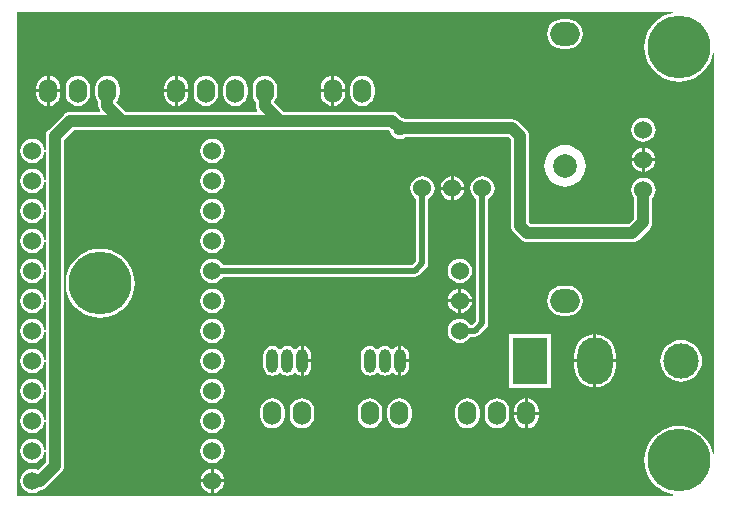
<source format=gtl>
G04 Layer_Physical_Order=1*
G04 Layer_Color=255*
%FSLAX25Y25*%
%MOIN*%
G70*
G01*
G75*
%ADD10C,0.03937*%
%ADD11C,0.01969*%
%ADD12C,0.11811*%
%ADD13O,0.11811X0.15748*%
%ADD14R,0.11811X0.15748*%
%ADD15C,0.06000*%
%ADD16C,0.07874*%
%ADD17O,0.09843X0.07874*%
%ADD18C,0.20945*%
%ADD19O,0.06000X0.08000*%
%ADD20O,0.03937X0.07874*%
%ADD21O,0.03937X0.07874*%
%ADD22C,0.05000*%
G36*
X218442Y160917D02*
X216916Y160551D01*
X215248Y159860D01*
X213708Y158916D01*
X212335Y157744D01*
X211162Y156370D01*
X210219Y154831D01*
X209528Y153162D01*
X209106Y151407D01*
X208964Y149606D01*
X209106Y147806D01*
X209528Y146050D01*
X210219Y144382D01*
X211162Y142842D01*
X212335Y141469D01*
X213708Y140296D01*
X215248Y139353D01*
X216916Y138662D01*
X218672Y138240D01*
X220472Y138098D01*
X222273Y138240D01*
X224029Y138662D01*
X225697Y139353D01*
X227237Y140296D01*
X228610Y141469D01*
X229783Y142842D01*
X230726Y144382D01*
X231417Y146050D01*
X231784Y147576D01*
X232283Y147517D01*
Y13901D01*
X231784Y13841D01*
X231417Y15367D01*
X230726Y17036D01*
X229783Y18575D01*
X228610Y19948D01*
X227237Y21121D01*
X225697Y22065D01*
X224029Y22756D01*
X222273Y23177D01*
X220472Y23319D01*
X218672Y23177D01*
X216916Y22756D01*
X215248Y22065D01*
X213708Y21121D01*
X212335Y19948D01*
X211162Y18575D01*
X210219Y17036D01*
X209528Y15367D01*
X209106Y13611D01*
X208964Y11811D01*
X209106Y10011D01*
X209528Y8255D01*
X210219Y6587D01*
X211162Y5047D01*
X212335Y3674D01*
X213708Y2501D01*
X215248Y1557D01*
X216916Y866D01*
X218442Y500D01*
X218383Y0D01*
X0D01*
Y161417D01*
X218383D01*
X218442Y160917D01*
D02*
G37*
%LPC*%
G36*
X183484Y158956D02*
X181516D01*
X180227Y158786D01*
X179026Y158289D01*
X177995Y157498D01*
X177203Y156466D01*
X176706Y155265D01*
X176536Y153976D01*
X176706Y152688D01*
X177203Y151487D01*
X177995Y150455D01*
X179026Y149664D01*
X180227Y149167D01*
X181516Y148997D01*
X183484D01*
X184773Y149167D01*
X185974Y149664D01*
X187005Y150455D01*
X187797Y151487D01*
X188294Y152688D01*
X188464Y153976D01*
X188294Y155265D01*
X187797Y156466D01*
X187005Y157498D01*
X185974Y158289D01*
X184773Y158786D01*
X183484Y158956D01*
D02*
G37*
G36*
X105657Y139969D02*
Y135500D01*
X109192D01*
Y136000D01*
X109055Y137044D01*
X108651Y138017D01*
X108010Y138853D01*
X107175Y139494D01*
X106202Y139897D01*
X105657Y139969D01*
D02*
G37*
G36*
X53472D02*
Y135500D01*
X57007D01*
Y136000D01*
X56870Y137044D01*
X56466Y138017D01*
X55825Y138853D01*
X54990Y139494D01*
X54017Y139897D01*
X53472Y139969D01*
D02*
G37*
G36*
X10815D02*
Y135500D01*
X14349D01*
Y136000D01*
X14212Y137044D01*
X13809Y138017D01*
X13168Y138853D01*
X12332Y139494D01*
X11359Y139897D01*
X10815Y139969D01*
D02*
G37*
G36*
X104657D02*
X104113Y139897D01*
X103140Y139494D01*
X102305Y138853D01*
X101663Y138017D01*
X101260Y137044D01*
X101123Y136000D01*
Y135500D01*
X104657D01*
Y139969D01*
D02*
G37*
G36*
X52472D02*
X51928Y139897D01*
X50955Y139494D01*
X50120Y138853D01*
X49478Y138017D01*
X49075Y137044D01*
X48938Y136000D01*
Y135500D01*
X52472D01*
Y139969D01*
D02*
G37*
G36*
X9815D02*
X9271Y139897D01*
X8298Y139494D01*
X7462Y138853D01*
X6821Y138017D01*
X6418Y137044D01*
X6280Y136000D01*
Y135500D01*
X9815D01*
Y139969D01*
D02*
G37*
G36*
X109192Y134500D02*
X105657D01*
Y130031D01*
X106202Y130103D01*
X107175Y130506D01*
X108010Y131147D01*
X108651Y131983D01*
X109055Y132956D01*
X109192Y134000D01*
Y134500D01*
D02*
G37*
G36*
X57007D02*
X53472D01*
Y130031D01*
X54017Y130103D01*
X54990Y130506D01*
X55825Y131147D01*
X56466Y131983D01*
X56870Y132956D01*
X57007Y134000D01*
Y134500D01*
D02*
G37*
G36*
X14349D02*
X10815D01*
Y130031D01*
X11359Y130103D01*
X12332Y130506D01*
X13168Y131147D01*
X13809Y131983D01*
X14212Y132956D01*
X14349Y134000D01*
Y134500D01*
D02*
G37*
G36*
X104657D02*
X101123D01*
Y134000D01*
X101260Y132956D01*
X101663Y131983D01*
X102305Y131147D01*
X103140Y130506D01*
X104113Y130103D01*
X104657Y130031D01*
Y134500D01*
D02*
G37*
G36*
X52472D02*
X48938D01*
Y134000D01*
X49075Y132956D01*
X49478Y131983D01*
X50120Y131147D01*
X50955Y130506D01*
X51928Y130103D01*
X52472Y130031D01*
Y134500D01*
D02*
G37*
G36*
X9815D02*
X6280D01*
Y134000D01*
X6418Y132956D01*
X6821Y131983D01*
X7462Y131147D01*
X8298Y130506D01*
X9271Y130103D01*
X9815Y130031D01*
Y134500D01*
D02*
G37*
G36*
X115000Y140034D02*
X113956Y139897D01*
X112983Y139494D01*
X112147Y138853D01*
X111506Y138017D01*
X111103Y137044D01*
X110966Y136000D01*
Y134000D01*
X111103Y132956D01*
X111506Y131983D01*
X112147Y131147D01*
X112983Y130506D01*
X113956Y130103D01*
X115000Y129965D01*
X116044Y130103D01*
X117017Y130506D01*
X117853Y131147D01*
X118494Y131983D01*
X118897Y132956D01*
X119035Y134000D01*
Y136000D01*
X118897Y137044D01*
X118494Y138017D01*
X117853Y138853D01*
X117017Y139494D01*
X116044Y139897D01*
X115000Y140034D01*
D02*
G37*
G36*
X72658D02*
X71613Y139897D01*
X70640Y139494D01*
X69805Y138853D01*
X69164Y138017D01*
X68760Y137044D01*
X68623Y136000D01*
Y134000D01*
X68760Y132956D01*
X69164Y131983D01*
X69805Y131147D01*
X70640Y130506D01*
X71613Y130103D01*
X72658Y129965D01*
X73702Y130103D01*
X74675Y130506D01*
X75510Y131147D01*
X76152Y131983D01*
X76555Y132956D01*
X76692Y134000D01*
Y136000D01*
X76555Y137044D01*
X76152Y138017D01*
X75510Y138853D01*
X74675Y139494D01*
X73702Y139897D01*
X72658Y140034D01*
D02*
G37*
G36*
X62815D02*
X61771Y139897D01*
X60798Y139494D01*
X59962Y138853D01*
X59321Y138017D01*
X58918Y137044D01*
X58780Y136000D01*
Y134000D01*
X58918Y132956D01*
X59321Y131983D01*
X59962Y131147D01*
X60798Y130506D01*
X61771Y130103D01*
X62815Y129965D01*
X63859Y130103D01*
X64832Y130506D01*
X65668Y131147D01*
X66309Y131983D01*
X66712Y132956D01*
X66849Y134000D01*
Y136000D01*
X66712Y137044D01*
X66309Y138017D01*
X65668Y138853D01*
X64832Y139494D01*
X63859Y139897D01*
X62815Y140034D01*
D02*
G37*
G36*
X20157D02*
X19113Y139897D01*
X18140Y139494D01*
X17305Y138853D01*
X16664Y138017D01*
X16260Y137044D01*
X16123Y136000D01*
Y134000D01*
X16260Y132956D01*
X16664Y131983D01*
X17305Y131147D01*
X18140Y130506D01*
X19113Y130103D01*
X20157Y129965D01*
X21202Y130103D01*
X22175Y130506D01*
X23010Y131147D01*
X23652Y131983D01*
X24055Y132956D01*
X24192Y134000D01*
Y136000D01*
X24055Y137044D01*
X23652Y138017D01*
X23010Y138853D01*
X22175Y139494D01*
X21202Y139897D01*
X20157Y140034D01*
D02*
G37*
G36*
X82500D02*
X81456Y139897D01*
X80483Y139494D01*
X79647Y138853D01*
X79006Y138017D01*
X78603Y137044D01*
X78465Y136000D01*
Y134000D01*
X78603Y132956D01*
X79006Y131983D01*
X79506Y131331D01*
Y130000D01*
X79608Y129225D01*
X79907Y128503D01*
X79953Y128443D01*
X79732Y127994D01*
X36240D01*
X32994Y131240D01*
Y131331D01*
X33494Y131983D01*
X33897Y132956D01*
X34034Y134000D01*
Y136000D01*
X33897Y137044D01*
X33494Y138017D01*
X32853Y138853D01*
X32017Y139494D01*
X31044Y139897D01*
X30000Y140034D01*
X28956Y139897D01*
X27983Y139494D01*
X27147Y138853D01*
X26506Y138017D01*
X26103Y137044D01*
X25965Y136000D01*
Y134000D01*
X26103Y132956D01*
X26506Y131983D01*
X27006Y131331D01*
Y130000D01*
X27108Y129225D01*
X27407Y128503D01*
X27453Y128443D01*
X27232Y127994D01*
X17500D01*
X16725Y127892D01*
X16003Y127593D01*
X15383Y127117D01*
X10383Y122117D01*
X9907Y121497D01*
X9608Y120775D01*
X9506Y120000D01*
Y115250D01*
X9006Y115218D01*
X8999Y115268D01*
X8897Y116044D01*
X8494Y117017D01*
X7853Y117853D01*
X7017Y118494D01*
X6044Y118897D01*
X5000Y119035D01*
X3956Y118897D01*
X2983Y118494D01*
X2147Y117853D01*
X1506Y117017D01*
X1103Y116044D01*
X965Y115000D01*
X1103Y113956D01*
X1506Y112983D01*
X2147Y112147D01*
X2983Y111506D01*
X3956Y111103D01*
X5000Y110966D01*
X6044Y111103D01*
X7017Y111506D01*
X7853Y112147D01*
X8494Y112983D01*
X8897Y113956D01*
X8999Y114732D01*
X9006Y114782D01*
X9506Y114750D01*
Y105250D01*
X9006Y105218D01*
X8999Y105268D01*
X8897Y106044D01*
X8494Y107017D01*
X7853Y107853D01*
X7017Y108494D01*
X6044Y108897D01*
X5000Y109035D01*
X3956Y108897D01*
X2983Y108494D01*
X2147Y107853D01*
X1506Y107017D01*
X1103Y106044D01*
X965Y105000D01*
X1103Y103956D01*
X1506Y102983D01*
X2147Y102147D01*
X2983Y101506D01*
X3956Y101103D01*
X5000Y100965D01*
X6044Y101103D01*
X7017Y101506D01*
X7853Y102147D01*
X8494Y102983D01*
X8897Y103956D01*
X8999Y104732D01*
X9006Y104782D01*
X9506Y104750D01*
Y95250D01*
X9006Y95218D01*
X8999Y95268D01*
X8897Y96044D01*
X8494Y97017D01*
X7853Y97853D01*
X7017Y98494D01*
X6044Y98897D01*
X5000Y99035D01*
X3956Y98897D01*
X2983Y98494D01*
X2147Y97853D01*
X1506Y97017D01*
X1103Y96044D01*
X965Y95000D01*
X1103Y93956D01*
X1506Y92983D01*
X2147Y92147D01*
X2983Y91506D01*
X3956Y91103D01*
X5000Y90965D01*
X6044Y91103D01*
X7017Y91506D01*
X7853Y92147D01*
X8494Y92983D01*
X8897Y93956D01*
X8999Y94732D01*
X9006Y94782D01*
X9506Y94750D01*
Y85250D01*
X9006Y85218D01*
X8999Y85268D01*
X8897Y86044D01*
X8494Y87017D01*
X7853Y87853D01*
X7017Y88494D01*
X6044Y88897D01*
X5000Y89034D01*
X3956Y88897D01*
X2983Y88494D01*
X2147Y87853D01*
X1506Y87017D01*
X1103Y86044D01*
X965Y85000D01*
X1103Y83956D01*
X1506Y82983D01*
X2147Y82147D01*
X2983Y81506D01*
X3956Y81103D01*
X5000Y80966D01*
X6044Y81103D01*
X7017Y81506D01*
X7853Y82147D01*
X8494Y82983D01*
X8897Y83956D01*
X8999Y84732D01*
X9006Y84782D01*
X9506Y84750D01*
Y75250D01*
X9006Y75218D01*
X8999Y75268D01*
X8897Y76044D01*
X8494Y77017D01*
X7853Y77853D01*
X7017Y78494D01*
X6044Y78897D01*
X5000Y79035D01*
X3956Y78897D01*
X2983Y78494D01*
X2147Y77853D01*
X1506Y77017D01*
X1103Y76044D01*
X965Y75000D01*
X1103Y73956D01*
X1506Y72983D01*
X2147Y72147D01*
X2983Y71506D01*
X3956Y71103D01*
X5000Y70965D01*
X6044Y71103D01*
X7017Y71506D01*
X7853Y72147D01*
X8494Y72983D01*
X8897Y73956D01*
X8999Y74732D01*
X9006Y74782D01*
X9506Y74750D01*
Y65250D01*
X9006Y65218D01*
X8999Y65268D01*
X8897Y66044D01*
X8494Y67017D01*
X7853Y67853D01*
X7017Y68494D01*
X6044Y68897D01*
X5000Y69034D01*
X3956Y68897D01*
X2983Y68494D01*
X2147Y67853D01*
X1506Y67017D01*
X1103Y66044D01*
X965Y65000D01*
X1103Y63956D01*
X1506Y62983D01*
X2147Y62147D01*
X2983Y61506D01*
X3956Y61103D01*
X5000Y60966D01*
X6044Y61103D01*
X7017Y61506D01*
X7853Y62147D01*
X8494Y62983D01*
X8897Y63956D01*
X8999Y64732D01*
X9006Y64782D01*
X9506Y64750D01*
Y55250D01*
X9006Y55218D01*
X8999Y55268D01*
X8897Y56044D01*
X8494Y57017D01*
X7853Y57853D01*
X7017Y58494D01*
X6044Y58897D01*
X5000Y59035D01*
X3956Y58897D01*
X2983Y58494D01*
X2147Y57853D01*
X1506Y57017D01*
X1103Y56044D01*
X965Y55000D01*
X1103Y53956D01*
X1506Y52983D01*
X2147Y52147D01*
X2983Y51506D01*
X3956Y51103D01*
X5000Y50965D01*
X6044Y51103D01*
X7017Y51506D01*
X7853Y52147D01*
X8494Y52983D01*
X8897Y53956D01*
X8999Y54732D01*
X9006Y54782D01*
X9506Y54750D01*
Y45250D01*
X9006Y45218D01*
X8999Y45268D01*
X8897Y46044D01*
X8494Y47017D01*
X7853Y47853D01*
X7017Y48494D01*
X6044Y48897D01*
X5000Y49035D01*
X3956Y48897D01*
X2983Y48494D01*
X2147Y47853D01*
X1506Y47017D01*
X1103Y46044D01*
X965Y45000D01*
X1103Y43956D01*
X1506Y42983D01*
X2147Y42147D01*
X2983Y41506D01*
X3956Y41103D01*
X5000Y40966D01*
X6044Y41103D01*
X7017Y41506D01*
X7853Y42147D01*
X8494Y42983D01*
X8897Y43956D01*
X8999Y44732D01*
X9006Y44782D01*
X9506Y44750D01*
Y35250D01*
X9006Y35218D01*
X8999Y35268D01*
X8897Y36044D01*
X8494Y37017D01*
X7853Y37853D01*
X7017Y38494D01*
X6044Y38897D01*
X5000Y39035D01*
X3956Y38897D01*
X2983Y38494D01*
X2147Y37853D01*
X1506Y37017D01*
X1103Y36044D01*
X965Y35000D01*
X1103Y33956D01*
X1506Y32983D01*
X2147Y32147D01*
X2983Y31506D01*
X3956Y31103D01*
X5000Y30966D01*
X6044Y31103D01*
X7017Y31506D01*
X7853Y32147D01*
X8494Y32983D01*
X8897Y33956D01*
X8999Y34732D01*
X9006Y34782D01*
X9506Y34750D01*
Y25250D01*
X9006Y25218D01*
X8999Y25268D01*
X8897Y26044D01*
X8494Y27017D01*
X7853Y27853D01*
X7017Y28494D01*
X6044Y28897D01*
X5000Y29035D01*
X3956Y28897D01*
X2983Y28494D01*
X2147Y27853D01*
X1506Y27017D01*
X1103Y26044D01*
X965Y25000D01*
X1103Y23956D01*
X1506Y22983D01*
X2147Y22147D01*
X2983Y21506D01*
X3956Y21103D01*
X5000Y20966D01*
X6044Y21103D01*
X7017Y21506D01*
X7853Y22147D01*
X8494Y22983D01*
X8897Y23956D01*
X8999Y24732D01*
X9006Y24782D01*
X9506Y24750D01*
Y15250D01*
X9006Y15218D01*
X8999Y15268D01*
X8897Y16044D01*
X8494Y17017D01*
X7853Y17853D01*
X7017Y18494D01*
X6044Y18897D01*
X5000Y19035D01*
X3956Y18897D01*
X2983Y18494D01*
X2147Y17853D01*
X1506Y17017D01*
X1103Y16044D01*
X965Y15000D01*
X1103Y13956D01*
X1506Y12983D01*
X2147Y12147D01*
X2983Y11506D01*
X3956Y11103D01*
X5000Y10966D01*
X6044Y11103D01*
X7017Y11506D01*
X7853Y12147D01*
X8494Y12983D01*
X8897Y13956D01*
X8999Y14732D01*
X9006Y14782D01*
X9506Y14750D01*
Y11240D01*
X6835Y8569D01*
X6044Y8897D01*
X5000Y9035D01*
X3956Y8897D01*
X2983Y8494D01*
X2147Y7853D01*
X1506Y7017D01*
X1103Y6044D01*
X965Y5000D01*
X1103Y3956D01*
X1506Y2983D01*
X2147Y2147D01*
X2983Y1506D01*
X3956Y1103D01*
X5000Y965D01*
X6044Y1103D01*
X7017Y1506D01*
X7704Y2033D01*
X8275Y2108D01*
X8997Y2407D01*
X9617Y2883D01*
X14617Y7883D01*
X15093Y8503D01*
X15392Y9225D01*
X15494Y10000D01*
Y118760D01*
X18740Y122006D01*
X123760D01*
X124077Y121689D01*
X124090Y121586D01*
X124443Y120735D01*
X125004Y120004D01*
X125735Y119443D01*
X126586Y119090D01*
X127500Y118970D01*
X128414Y119090D01*
X129265Y119443D01*
X129347Y119506D01*
X163760D01*
X164506Y118760D01*
Y90000D01*
X164608Y89225D01*
X164907Y88503D01*
X165383Y87883D01*
X167883Y85383D01*
X168503Y84907D01*
X169225Y84608D01*
X170000Y84506D01*
X205000D01*
X205775Y84608D01*
X206497Y84907D01*
X207117Y85383D01*
X210779Y89044D01*
X211254Y89664D01*
X211554Y90386D01*
X211655Y91161D01*
Y99379D01*
X212155Y100030D01*
X212559Y101003D01*
X212696Y102047D01*
X212559Y103092D01*
X212155Y104065D01*
X211514Y104900D01*
X210679Y105541D01*
X209706Y105944D01*
X208661Y106082D01*
X207617Y105944D01*
X206644Y105541D01*
X205809Y104900D01*
X205167Y104065D01*
X204764Y103092D01*
X204627Y102047D01*
X204764Y101003D01*
X205167Y100030D01*
X205667Y99379D01*
Y92402D01*
X203760Y90494D01*
X171240D01*
X170494Y91240D01*
Y120000D01*
X170392Y120775D01*
X170093Y121497D01*
X169617Y122117D01*
X167117Y124617D01*
X166497Y125093D01*
X165775Y125392D01*
X165000Y125494D01*
X129347D01*
X129265Y125557D01*
X128414Y125910D01*
X128311Y125923D01*
X127117Y127117D01*
X126497Y127593D01*
X125775Y127892D01*
X125000Y127994D01*
X88740D01*
X85494Y131240D01*
Y131331D01*
X85994Y131983D01*
X86397Y132956D01*
X86535Y134000D01*
Y136000D01*
X86397Y137044D01*
X85994Y138017D01*
X85353Y138853D01*
X84517Y139494D01*
X83544Y139897D01*
X82500Y140034D01*
D02*
G37*
G36*
X208661Y126082D02*
X207617Y125944D01*
X206644Y125541D01*
X205809Y124900D01*
X205167Y124065D01*
X204764Y123091D01*
X204627Y122047D01*
X204764Y121003D01*
X205167Y120030D01*
X205809Y119194D01*
X206644Y118553D01*
X207617Y118150D01*
X208661Y118013D01*
X209706Y118150D01*
X210679Y118553D01*
X211514Y119194D01*
X212155Y120030D01*
X212559Y121003D01*
X212696Y122047D01*
X212559Y123091D01*
X212155Y124065D01*
X211514Y124900D01*
X210679Y125541D01*
X209706Y125944D01*
X208661Y126082D01*
D02*
G37*
G36*
X209161Y116016D02*
Y112547D01*
X212630D01*
X212559Y113092D01*
X212155Y114065D01*
X211514Y114900D01*
X210679Y115541D01*
X209706Y115944D01*
X209161Y116016D01*
D02*
G37*
G36*
X208161D02*
X207617Y115944D01*
X206644Y115541D01*
X205809Y114900D01*
X205167Y114065D01*
X204764Y113092D01*
X204693Y112547D01*
X208161D01*
Y116016D01*
D02*
G37*
G36*
X65000Y119035D02*
X63956Y118897D01*
X62983Y118494D01*
X62147Y117853D01*
X61506Y117017D01*
X61103Y116044D01*
X60966Y115000D01*
X61103Y113956D01*
X61506Y112983D01*
X62147Y112147D01*
X62983Y111506D01*
X63956Y111103D01*
X65000Y110966D01*
X66044Y111103D01*
X67017Y111506D01*
X67853Y112147D01*
X68494Y112983D01*
X68897Y113956D01*
X69034Y115000D01*
X68897Y116044D01*
X68494Y117017D01*
X67853Y117853D01*
X67017Y118494D01*
X66044Y118897D01*
X65000Y119035D01*
D02*
G37*
G36*
X212630Y111547D02*
X209161D01*
Y108079D01*
X209706Y108150D01*
X210679Y108553D01*
X211514Y109194D01*
X212155Y110030D01*
X212559Y111003D01*
X212630Y111547D01*
D02*
G37*
G36*
X208161D02*
X204693D01*
X204764Y111003D01*
X205167Y110030D01*
X205809Y109194D01*
X206644Y108553D01*
X207617Y108150D01*
X208161Y108079D01*
Y111547D01*
D02*
G37*
G36*
X182500Y116939D02*
X181146Y116806D01*
X179845Y116411D01*
X178645Y115770D01*
X177593Y114907D01*
X176731Y113855D01*
X176089Y112655D01*
X175694Y111354D01*
X175561Y110000D01*
X175694Y108646D01*
X176089Y107345D01*
X176731Y106145D01*
X177593Y105093D01*
X178645Y104230D01*
X179845Y103589D01*
X181146Y103194D01*
X182500Y103061D01*
X183854Y103194D01*
X185155Y103589D01*
X186355Y104230D01*
X187407Y105093D01*
X188269Y106145D01*
X188911Y107345D01*
X189306Y108646D01*
X189439Y110000D01*
X189306Y111354D01*
X188911Y112655D01*
X188269Y113855D01*
X187407Y114907D01*
X186355Y115770D01*
X185155Y116411D01*
X183854Y116806D01*
X182500Y116939D01*
D02*
G37*
G36*
X145500Y106469D02*
Y103000D01*
X148969D01*
X148897Y103544D01*
X148494Y104517D01*
X147853Y105353D01*
X147017Y105994D01*
X146044Y106397D01*
X145500Y106469D01*
D02*
G37*
G36*
X144500D02*
X143956Y106397D01*
X142983Y105994D01*
X142147Y105353D01*
X141506Y104517D01*
X141103Y103544D01*
X141031Y103000D01*
X144500D01*
Y106469D01*
D02*
G37*
G36*
X65000Y109035D02*
X63956Y108897D01*
X62983Y108494D01*
X62147Y107853D01*
X61506Y107017D01*
X61103Y106044D01*
X60966Y105000D01*
X61103Y103956D01*
X61506Y102983D01*
X62147Y102147D01*
X62983Y101506D01*
X63956Y101103D01*
X65000Y100965D01*
X66044Y101103D01*
X67017Y101506D01*
X67853Y102147D01*
X68494Y102983D01*
X68897Y103956D01*
X69034Y105000D01*
X68897Y106044D01*
X68494Y107017D01*
X67853Y107853D01*
X67017Y108494D01*
X66044Y108897D01*
X65000Y109035D01*
D02*
G37*
G36*
X148969Y102000D02*
X145500D01*
Y98531D01*
X146044Y98603D01*
X147017Y99006D01*
X147853Y99647D01*
X148494Y100483D01*
X148897Y101456D01*
X148969Y102000D01*
D02*
G37*
G36*
X144500D02*
X141031D01*
X141103Y101456D01*
X141506Y100483D01*
X142147Y99647D01*
X142983Y99006D01*
X143956Y98603D01*
X144500Y98531D01*
Y102000D01*
D02*
G37*
G36*
X65000Y99035D02*
X63956Y98897D01*
X62983Y98494D01*
X62147Y97853D01*
X61506Y97017D01*
X61103Y96044D01*
X60966Y95000D01*
X61103Y93956D01*
X61506Y92983D01*
X62147Y92147D01*
X62983Y91506D01*
X63956Y91103D01*
X65000Y90965D01*
X66044Y91103D01*
X67017Y91506D01*
X67853Y92147D01*
X68494Y92983D01*
X68897Y93956D01*
X69034Y95000D01*
X68897Y96044D01*
X68494Y97017D01*
X67853Y97853D01*
X67017Y98494D01*
X66044Y98897D01*
X65000Y99035D01*
D02*
G37*
G36*
Y89034D02*
X63956Y88897D01*
X62983Y88494D01*
X62147Y87853D01*
X61506Y87017D01*
X61103Y86044D01*
X60966Y85000D01*
X61103Y83956D01*
X61506Y82983D01*
X62147Y82147D01*
X62983Y81506D01*
X63956Y81103D01*
X65000Y80966D01*
X66044Y81103D01*
X67017Y81506D01*
X67853Y82147D01*
X68494Y82983D01*
X68897Y83956D01*
X69034Y85000D01*
X68897Y86044D01*
X68494Y87017D01*
X67853Y87853D01*
X67017Y88494D01*
X66044Y88897D01*
X65000Y89034D01*
D02*
G37*
G36*
X135000Y106535D02*
X133956Y106397D01*
X132983Y105994D01*
X132147Y105353D01*
X131506Y104517D01*
X131103Y103544D01*
X130965Y102500D01*
X131103Y101456D01*
X131506Y100483D01*
X132147Y99647D01*
X132977Y99010D01*
Y78338D01*
X131662Y77023D01*
X68489D01*
X67853Y77853D01*
X67017Y78494D01*
X66044Y78897D01*
X65000Y79035D01*
X63956Y78897D01*
X62983Y78494D01*
X62147Y77853D01*
X61506Y77017D01*
X61103Y76044D01*
X60966Y75000D01*
X61103Y73956D01*
X61506Y72983D01*
X62147Y72147D01*
X62983Y71506D01*
X63956Y71103D01*
X65000Y70965D01*
X66044Y71103D01*
X67017Y71506D01*
X67853Y72147D01*
X68489Y72977D01*
X132500D01*
X133274Y73131D01*
X133931Y73569D01*
X136431Y76069D01*
X136869Y76726D01*
X137023Y77500D01*
Y99010D01*
X137853Y99647D01*
X138494Y100483D01*
X138897Y101456D01*
X139034Y102500D01*
X138897Y103544D01*
X138494Y104517D01*
X137853Y105353D01*
X137017Y105994D01*
X136044Y106397D01*
X135000Y106535D01*
D02*
G37*
G36*
X147500Y79035D02*
X146456Y78897D01*
X145483Y78494D01*
X144647Y77853D01*
X144006Y77017D01*
X143603Y76044D01*
X143465Y75000D01*
X143603Y73956D01*
X144006Y72983D01*
X144647Y72147D01*
X145483Y71506D01*
X146456Y71103D01*
X147500Y70965D01*
X148544Y71103D01*
X149517Y71506D01*
X150353Y72147D01*
X150994Y72983D01*
X151397Y73956D01*
X151534Y75000D01*
X151397Y76044D01*
X150994Y77017D01*
X150353Y77853D01*
X149517Y78494D01*
X148544Y78897D01*
X147500Y79035D01*
D02*
G37*
G36*
X148000Y68969D02*
Y65500D01*
X151469D01*
X151397Y66044D01*
X150994Y67017D01*
X150353Y67853D01*
X149517Y68494D01*
X148544Y68897D01*
X148000Y68969D01*
D02*
G37*
G36*
X147000D02*
X146456Y68897D01*
X145483Y68494D01*
X144647Y67853D01*
X144006Y67017D01*
X143603Y66044D01*
X143531Y65500D01*
X147000D01*
Y68969D01*
D02*
G37*
G36*
X151469Y64500D02*
X148000D01*
Y61031D01*
X148544Y61103D01*
X149517Y61506D01*
X150353Y62147D01*
X150994Y62983D01*
X151397Y63956D01*
X151469Y64500D01*
D02*
G37*
G36*
X147000D02*
X143531D01*
X143603Y63956D01*
X144006Y62983D01*
X144647Y62147D01*
X145483Y61506D01*
X146456Y61103D01*
X147000Y61031D01*
Y64500D01*
D02*
G37*
G36*
X65000Y69034D02*
X63956Y68897D01*
X62983Y68494D01*
X62147Y67853D01*
X61506Y67017D01*
X61103Y66044D01*
X60966Y65000D01*
X61103Y63956D01*
X61506Y62983D01*
X62147Y62147D01*
X62983Y61506D01*
X63956Y61103D01*
X65000Y60966D01*
X66044Y61103D01*
X67017Y61506D01*
X67853Y62147D01*
X68494Y62983D01*
X68897Y63956D01*
X69034Y65000D01*
X68897Y66044D01*
X68494Y67017D01*
X67853Y67853D01*
X67017Y68494D01*
X66044Y68897D01*
X65000Y69034D01*
D02*
G37*
G36*
X183484Y69980D02*
X181516D01*
X180227Y69810D01*
X179026Y69313D01*
X177995Y68521D01*
X177203Y67490D01*
X176706Y66289D01*
X176536Y65000D01*
X176706Y63711D01*
X177203Y62510D01*
X177995Y61479D01*
X179026Y60688D01*
X180227Y60190D01*
X181516Y60020D01*
X183484D01*
X184773Y60190D01*
X185974Y60688D01*
X187005Y61479D01*
X187797Y62510D01*
X188294Y63711D01*
X188464Y65000D01*
X188294Y66289D01*
X187797Y67490D01*
X187005Y68521D01*
X185974Y69313D01*
X184773Y69810D01*
X183484Y69980D01*
D02*
G37*
G36*
X27559Y82374D02*
X25759Y82232D01*
X24003Y81811D01*
X22335Y81120D01*
X20795Y80176D01*
X19422Y79004D01*
X18249Y77630D01*
X17305Y76091D01*
X16614Y74422D01*
X16193Y72666D01*
X16051Y70866D01*
X16193Y69066D01*
X16614Y67310D01*
X17305Y65642D01*
X18249Y64102D01*
X19422Y62729D01*
X20795Y61556D01*
X22335Y60612D01*
X24003Y59921D01*
X25759Y59500D01*
X27559Y59358D01*
X29359Y59500D01*
X31115Y59921D01*
X32784Y60612D01*
X34323Y61556D01*
X35696Y62729D01*
X36869Y64102D01*
X37813Y65642D01*
X38504Y67310D01*
X38925Y69066D01*
X39067Y70866D01*
X38925Y72666D01*
X38504Y74422D01*
X37813Y76091D01*
X36869Y77630D01*
X35696Y79004D01*
X34323Y80176D01*
X32784Y81120D01*
X31115Y81811D01*
X29359Y82232D01*
X27559Y82374D01*
D02*
G37*
G36*
X155000Y106535D02*
X153956Y106397D01*
X152983Y105994D01*
X152147Y105353D01*
X151506Y104517D01*
X151103Y103544D01*
X150965Y102500D01*
X151103Y101456D01*
X151506Y100483D01*
X152147Y99647D01*
X152977Y99010D01*
Y58338D01*
X151662Y57023D01*
X150989D01*
X150353Y57853D01*
X149517Y58494D01*
X148544Y58897D01*
X147500Y59035D01*
X146456Y58897D01*
X145483Y58494D01*
X144647Y57853D01*
X144006Y57017D01*
X143603Y56044D01*
X143465Y55000D01*
X143603Y53956D01*
X144006Y52983D01*
X144647Y52147D01*
X145483Y51506D01*
X146456Y51103D01*
X147500Y50965D01*
X148544Y51103D01*
X149517Y51506D01*
X150353Y52147D01*
X150989Y52977D01*
X152500D01*
X153274Y53131D01*
X153931Y53569D01*
X156431Y56069D01*
X156869Y56726D01*
X157023Y57500D01*
Y99010D01*
X157853Y99647D01*
X158494Y100483D01*
X158897Y101456D01*
X159035Y102500D01*
X158897Y103544D01*
X158494Y104517D01*
X157853Y105353D01*
X157017Y105994D01*
X156044Y106397D01*
X155000Y106535D01*
D02*
G37*
G36*
X65000Y59035D02*
X63956Y58897D01*
X62983Y58494D01*
X62147Y57853D01*
X61506Y57017D01*
X61103Y56044D01*
X60966Y55000D01*
X61103Y53956D01*
X61506Y52983D01*
X62147Y52147D01*
X62983Y51506D01*
X63956Y51103D01*
X65000Y50965D01*
X66044Y51103D01*
X67017Y51506D01*
X67853Y52147D01*
X68494Y52983D01*
X68897Y53956D01*
X69034Y55000D01*
X68897Y56044D01*
X68494Y57017D01*
X67853Y57853D01*
X67017Y58494D01*
X66044Y58897D01*
X65000Y59035D01*
D02*
G37*
G36*
X128000Y49897D02*
Y45500D01*
X130494D01*
Y46968D01*
X130392Y47743D01*
X130093Y48466D01*
X129617Y49086D01*
X128997Y49562D01*
X128275Y49861D01*
X128000Y49897D01*
D02*
G37*
G36*
X95500D02*
Y45500D01*
X97994D01*
Y46968D01*
X97892Y47743D01*
X97593Y48466D01*
X97117Y49086D01*
X96497Y49562D01*
X95775Y49861D01*
X95500Y49897D01*
D02*
G37*
G36*
X193000Y53858D02*
Y45500D01*
X199439D01*
Y46968D01*
X199306Y48322D01*
X198911Y49624D01*
X198269Y50824D01*
X197407Y51875D01*
X196355Y52738D01*
X195155Y53379D01*
X193854Y53774D01*
X193000Y53858D01*
D02*
G37*
G36*
X192000D02*
X191146Y53774D01*
X189845Y53379D01*
X188645Y52738D01*
X187593Y51875D01*
X186731Y50824D01*
X186089Y49624D01*
X185694Y48322D01*
X185561Y46968D01*
Y45500D01*
X192000D01*
Y53858D01*
D02*
G37*
G36*
X65000Y49035D02*
X63956Y48897D01*
X62983Y48494D01*
X62147Y47853D01*
X61506Y47017D01*
X61103Y46044D01*
X60966Y45000D01*
X61103Y43956D01*
X61506Y42983D01*
X62147Y42147D01*
X62983Y41506D01*
X63956Y41103D01*
X65000Y40966D01*
X66044Y41103D01*
X67017Y41506D01*
X67853Y42147D01*
X68494Y42983D01*
X68897Y43956D01*
X69034Y45000D01*
X68897Y46044D01*
X68494Y47017D01*
X67853Y47853D01*
X67017Y48494D01*
X66044Y48897D01*
X65000Y49035D01*
D02*
G37*
G36*
X130494Y44500D02*
X128000D01*
Y40103D01*
X128275Y40139D01*
X128997Y40439D01*
X129617Y40914D01*
X130093Y41534D01*
X130392Y42257D01*
X130494Y43031D01*
Y44500D01*
D02*
G37*
G36*
X97994D02*
X95500D01*
Y40103D01*
X95775Y40139D01*
X96497Y40439D01*
X97117Y40914D01*
X97593Y41534D01*
X97892Y42257D01*
X97994Y43031D01*
Y44500D01*
D02*
G37*
G36*
X117500Y49963D02*
X116725Y49861D01*
X116003Y49562D01*
X115383Y49086D01*
X114907Y48466D01*
X114608Y47743D01*
X114506Y46968D01*
Y43031D01*
X114608Y42257D01*
X114907Y41534D01*
X115383Y40914D01*
X116003Y40439D01*
X116725Y40139D01*
X117500Y40037D01*
X118275Y40139D01*
X118997Y40439D01*
X119617Y40914D01*
X119750Y41087D01*
X120250D01*
X120383Y40914D01*
X121003Y40439D01*
X121725Y40139D01*
X122500Y40037D01*
X123275Y40139D01*
X123997Y40439D01*
X124617Y40914D01*
X124750Y41087D01*
X125250D01*
X125383Y40914D01*
X126003Y40439D01*
X126725Y40139D01*
X127000Y40103D01*
Y45000D01*
Y49897D01*
X126725Y49861D01*
X126003Y49562D01*
X125383Y49086D01*
X125250Y48913D01*
X124750D01*
X124617Y49086D01*
X123997Y49562D01*
X123275Y49861D01*
X122500Y49963D01*
X121725Y49861D01*
X121003Y49562D01*
X120383Y49086D01*
X120250Y48913D01*
X119750D01*
X119617Y49086D01*
X118997Y49562D01*
X118275Y49861D01*
X117500Y49963D01*
D02*
G37*
G36*
X85000D02*
X84225Y49861D01*
X83503Y49562D01*
X82883Y49086D01*
X82407Y48466D01*
X82108Y47743D01*
X82006Y46968D01*
Y43031D01*
X82108Y42257D01*
X82407Y41534D01*
X82883Y40914D01*
X83503Y40439D01*
X84225Y40139D01*
X85000Y40037D01*
X85775Y40139D01*
X86497Y40439D01*
X87117Y40914D01*
X87250Y41087D01*
X87750D01*
X87883Y40914D01*
X88503Y40439D01*
X89225Y40139D01*
X90000Y40037D01*
X90775Y40139D01*
X91497Y40439D01*
X92117Y40914D01*
X92250Y41087D01*
X92750D01*
X92883Y40914D01*
X93503Y40439D01*
X94225Y40139D01*
X94500Y40103D01*
Y45000D01*
Y49897D01*
X94225Y49861D01*
X93503Y49562D01*
X92883Y49086D01*
X92750Y48913D01*
X92250D01*
X92117Y49086D01*
X91497Y49562D01*
X90775Y49861D01*
X90000Y49963D01*
X89225Y49861D01*
X88503Y49562D01*
X87883Y49086D01*
X87750Y48913D01*
X87250D01*
X87117Y49086D01*
X86497Y49562D01*
X85775Y49861D01*
X85000Y49963D01*
D02*
G37*
G36*
X221240Y51939D02*
X219886Y51806D01*
X218585Y51411D01*
X217385Y50770D01*
X216334Y49907D01*
X215471Y48855D01*
X214829Y47655D01*
X214435Y46354D01*
X214301Y45000D01*
X214435Y43646D01*
X214829Y42345D01*
X215471Y41145D01*
X216334Y40093D01*
X217385Y39230D01*
X218585Y38589D01*
X219886Y38194D01*
X221240Y38061D01*
X222594Y38194D01*
X223896Y38589D01*
X225095Y39230D01*
X226147Y40093D01*
X227010Y41145D01*
X227651Y42345D01*
X228046Y43646D01*
X228179Y45000D01*
X228046Y46354D01*
X227651Y47655D01*
X227010Y48855D01*
X226147Y49907D01*
X225095Y50770D01*
X223896Y51411D01*
X222594Y51806D01*
X221240Y51939D01*
D02*
G37*
G36*
X199439Y44500D02*
X193000D01*
Y36142D01*
X193854Y36226D01*
X195155Y36621D01*
X196355Y37262D01*
X197407Y38125D01*
X198269Y39176D01*
X198911Y40376D01*
X199306Y41678D01*
X199439Y43031D01*
Y44500D01*
D02*
G37*
G36*
X192000D02*
X185561D01*
Y43031D01*
X185694Y41678D01*
X186089Y40376D01*
X186731Y39176D01*
X187593Y38125D01*
X188645Y37262D01*
X189845Y36621D01*
X191146Y36226D01*
X192000Y36142D01*
Y44500D01*
D02*
G37*
G36*
X177752Y53874D02*
X163941D01*
Y36126D01*
X177752D01*
Y53874D01*
D02*
G37*
G36*
X65000Y39035D02*
X63956Y38897D01*
X62983Y38494D01*
X62147Y37853D01*
X61506Y37017D01*
X61103Y36044D01*
X60966Y35000D01*
X61103Y33956D01*
X61506Y32983D01*
X62147Y32147D01*
X62983Y31506D01*
X63956Y31103D01*
X65000Y30966D01*
X66044Y31103D01*
X67017Y31506D01*
X67853Y32147D01*
X68494Y32983D01*
X68897Y33956D01*
X69034Y35000D01*
X68897Y36044D01*
X68494Y37017D01*
X67853Y37853D01*
X67017Y38494D01*
X66044Y38897D01*
X65000Y39035D01*
D02*
G37*
G36*
X170185Y32469D02*
Y28000D01*
X173720D01*
Y28500D01*
X173582Y29544D01*
X173179Y30517D01*
X172538Y31353D01*
X171702Y31994D01*
X170729Y32397D01*
X170185Y32469D01*
D02*
G37*
G36*
X169185D02*
X168641Y32397D01*
X167668Y31994D01*
X166832Y31353D01*
X166191Y30517D01*
X165788Y29544D01*
X165650Y28500D01*
Y28000D01*
X169185D01*
Y32469D01*
D02*
G37*
G36*
X173720Y27000D02*
X170185D01*
Y22531D01*
X170729Y22603D01*
X171702Y23006D01*
X172538Y23647D01*
X173179Y24483D01*
X173582Y25456D01*
X173720Y26500D01*
Y27000D01*
D02*
G37*
G36*
X169185D02*
X165650D01*
Y26500D01*
X165788Y25456D01*
X166191Y24483D01*
X166832Y23647D01*
X167668Y23006D01*
X168641Y22603D01*
X169185Y22531D01*
Y27000D01*
D02*
G37*
G36*
X159843Y32535D02*
X158798Y32397D01*
X157825Y31994D01*
X156990Y31353D01*
X156349Y30517D01*
X155946Y29544D01*
X155808Y28500D01*
Y26500D01*
X155946Y25456D01*
X156349Y24483D01*
X156990Y23647D01*
X157825Y23006D01*
X158798Y22603D01*
X159843Y22466D01*
X160887Y22603D01*
X161860Y23006D01*
X162695Y23647D01*
X163337Y24483D01*
X163740Y25456D01*
X163877Y26500D01*
Y28500D01*
X163740Y29544D01*
X163337Y30517D01*
X162695Y31353D01*
X161860Y31994D01*
X160887Y32397D01*
X159843Y32535D01*
D02*
G37*
G36*
X150000D02*
X148956Y32397D01*
X147983Y31994D01*
X147147Y31353D01*
X146506Y30517D01*
X146103Y29544D01*
X145966Y28500D01*
Y26500D01*
X146103Y25456D01*
X146506Y24483D01*
X147147Y23647D01*
X147983Y23006D01*
X148956Y22603D01*
X150000Y22466D01*
X151044Y22603D01*
X152017Y23006D01*
X152853Y23647D01*
X153494Y24483D01*
X153897Y25456D01*
X154034Y26500D01*
Y28500D01*
X153897Y29544D01*
X153494Y30517D01*
X152853Y31353D01*
X152017Y31994D01*
X151044Y32397D01*
X150000Y32535D01*
D02*
G37*
G36*
X127342D02*
X126298Y32397D01*
X125325Y31994D01*
X124490Y31353D01*
X123848Y30517D01*
X123445Y29544D01*
X123308Y28500D01*
Y26500D01*
X123445Y25456D01*
X123848Y24483D01*
X124490Y23647D01*
X125325Y23006D01*
X126298Y22603D01*
X127342Y22466D01*
X128387Y22603D01*
X129360Y23006D01*
X130195Y23647D01*
X130836Y24483D01*
X131240Y25456D01*
X131377Y26500D01*
Y28500D01*
X131240Y29544D01*
X130836Y30517D01*
X130195Y31353D01*
X129360Y31994D01*
X128387Y32397D01*
X127342Y32535D01*
D02*
G37*
G36*
X117500D02*
X116456Y32397D01*
X115483Y31994D01*
X114647Y31353D01*
X114006Y30517D01*
X113603Y29544D01*
X113465Y28500D01*
Y26500D01*
X113603Y25456D01*
X114006Y24483D01*
X114647Y23647D01*
X115483Y23006D01*
X116456Y22603D01*
X117500Y22466D01*
X118544Y22603D01*
X119517Y23006D01*
X120353Y23647D01*
X120994Y24483D01*
X121397Y25456D01*
X121535Y26500D01*
Y28500D01*
X121397Y29544D01*
X120994Y30517D01*
X120353Y31353D01*
X119517Y31994D01*
X118544Y32397D01*
X117500Y32535D01*
D02*
G37*
G36*
X94842D02*
X93798Y32397D01*
X92825Y31994D01*
X91990Y31353D01*
X91348Y30517D01*
X90946Y29544D01*
X90808Y28500D01*
Y26500D01*
X90946Y25456D01*
X91348Y24483D01*
X91990Y23647D01*
X92825Y23006D01*
X93798Y22603D01*
X94842Y22466D01*
X95887Y22603D01*
X96860Y23006D01*
X97695Y23647D01*
X98336Y24483D01*
X98740Y25456D01*
X98877Y26500D01*
Y28500D01*
X98740Y29544D01*
X98336Y30517D01*
X97695Y31353D01*
X96860Y31994D01*
X95887Y32397D01*
X94842Y32535D01*
D02*
G37*
G36*
X85000D02*
X83956Y32397D01*
X82983Y31994D01*
X82147Y31353D01*
X81506Y30517D01*
X81103Y29544D01*
X80966Y28500D01*
Y26500D01*
X81103Y25456D01*
X81506Y24483D01*
X82147Y23647D01*
X82983Y23006D01*
X83956Y22603D01*
X85000Y22466D01*
X86044Y22603D01*
X87017Y23006D01*
X87853Y23647D01*
X88494Y24483D01*
X88897Y25456D01*
X89034Y26500D01*
Y28500D01*
X88897Y29544D01*
X88494Y30517D01*
X87853Y31353D01*
X87017Y31994D01*
X86044Y32397D01*
X85000Y32535D01*
D02*
G37*
G36*
X65000Y29035D02*
X63956Y28897D01*
X62983Y28494D01*
X62147Y27853D01*
X61506Y27017D01*
X61103Y26044D01*
X60966Y25000D01*
X61103Y23956D01*
X61506Y22983D01*
X62147Y22147D01*
X62983Y21506D01*
X63956Y21103D01*
X65000Y20966D01*
X66044Y21103D01*
X67017Y21506D01*
X67853Y22147D01*
X68494Y22983D01*
X68897Y23956D01*
X69034Y25000D01*
X68897Y26044D01*
X68494Y27017D01*
X67853Y27853D01*
X67017Y28494D01*
X66044Y28897D01*
X65000Y29035D01*
D02*
G37*
G36*
Y19035D02*
X63956Y18897D01*
X62983Y18494D01*
X62147Y17853D01*
X61506Y17017D01*
X61103Y16044D01*
X60966Y15000D01*
X61103Y13956D01*
X61506Y12983D01*
X62147Y12147D01*
X62983Y11506D01*
X63956Y11103D01*
X65000Y10966D01*
X66044Y11103D01*
X67017Y11506D01*
X67853Y12147D01*
X68494Y12983D01*
X68897Y13956D01*
X69034Y15000D01*
X68897Y16044D01*
X68494Y17017D01*
X67853Y17853D01*
X67017Y18494D01*
X66044Y18897D01*
X65000Y19035D01*
D02*
G37*
G36*
X65500Y8969D02*
Y5500D01*
X68969D01*
X68897Y6044D01*
X68494Y7017D01*
X67853Y7853D01*
X67017Y8494D01*
X66044Y8897D01*
X65500Y8969D01*
D02*
G37*
G36*
X64500D02*
X63956Y8897D01*
X62983Y8494D01*
X62147Y7853D01*
X61506Y7017D01*
X61103Y6044D01*
X61031Y5500D01*
X64500D01*
Y8969D01*
D02*
G37*
G36*
X68969Y4500D02*
X65500D01*
Y1031D01*
X66044Y1103D01*
X67017Y1506D01*
X67853Y2147D01*
X68494Y2983D01*
X68897Y3956D01*
X68969Y4500D01*
D02*
G37*
G36*
X64500D02*
X61031D01*
X61103Y3956D01*
X61506Y2983D01*
X62147Y2147D01*
X62983Y1506D01*
X63956Y1103D01*
X64500Y1031D01*
Y4500D01*
D02*
G37*
%LPD*%
D10*
X127500Y122500D02*
X165000D01*
X167500Y120000D01*
Y90000D02*
Y120000D01*
Y90000D02*
X170000Y87500D01*
X205000D01*
X208661Y91161D01*
Y102047D01*
X87500Y125000D02*
X125000D01*
X35000D02*
X87500D01*
X82500Y130000D02*
X87500Y125000D01*
X82500Y130000D02*
Y135000D01*
X17500Y125000D02*
X35000D01*
X30000Y130000D02*
X35000Y125000D01*
X30000Y130000D02*
Y135000D01*
X125000Y125000D02*
X127500Y122500D01*
X12500Y120000D02*
X17500Y125000D01*
X12500Y10000D02*
Y120000D01*
X7500Y5000D02*
X12500Y10000D01*
X5000Y5000D02*
X7500D01*
D11*
X135000Y77500D02*
Y102500D01*
X132500Y75000D02*
X135000Y77500D01*
X65000Y75000D02*
X132500D01*
X155000Y57500D02*
Y102500D01*
X152500Y55000D02*
X155000Y57500D01*
X147500Y55000D02*
X152500D01*
D12*
X221240Y45000D02*
D03*
D13*
X192500D02*
D03*
D14*
X170846D02*
D03*
D15*
X208661Y102047D02*
D03*
Y112047D02*
D03*
Y122047D02*
D03*
X147500Y55000D02*
D03*
Y65000D02*
D03*
Y75000D02*
D03*
X5000Y5000D02*
D03*
Y15000D02*
D03*
Y25000D02*
D03*
Y35000D02*
D03*
Y45000D02*
D03*
Y55000D02*
D03*
Y65000D02*
D03*
Y75000D02*
D03*
Y85000D02*
D03*
Y95000D02*
D03*
Y105000D02*
D03*
Y115000D02*
D03*
X65000D02*
D03*
Y105000D02*
D03*
Y95000D02*
D03*
Y85000D02*
D03*
Y75000D02*
D03*
Y65000D02*
D03*
Y55000D02*
D03*
Y45000D02*
D03*
Y35000D02*
D03*
Y25000D02*
D03*
Y15000D02*
D03*
Y5000D02*
D03*
X135000Y102500D02*
D03*
X145000D02*
D03*
X155000D02*
D03*
D16*
X182500Y110000D02*
D03*
D17*
Y65000D02*
D03*
Y153976D02*
D03*
D18*
X27559Y70866D02*
D03*
X220472Y149606D02*
D03*
Y11811D02*
D03*
D19*
X10315Y135000D02*
D03*
X20157D02*
D03*
X30000D02*
D03*
X105157D02*
D03*
X115000D02*
D03*
X52972D02*
D03*
X62815D02*
D03*
X72658D02*
D03*
X82500D02*
D03*
X169685Y27500D02*
D03*
X159843D02*
D03*
X150000D02*
D03*
X127342D02*
D03*
X117500D02*
D03*
X94842D02*
D03*
X85000D02*
D03*
D20*
X117500Y45000D02*
D03*
X127500D02*
D03*
X85000D02*
D03*
X95000D02*
D03*
D21*
X122500D02*
D03*
X90000D02*
D03*
D22*
X127500Y122500D02*
D03*
M02*

</source>
